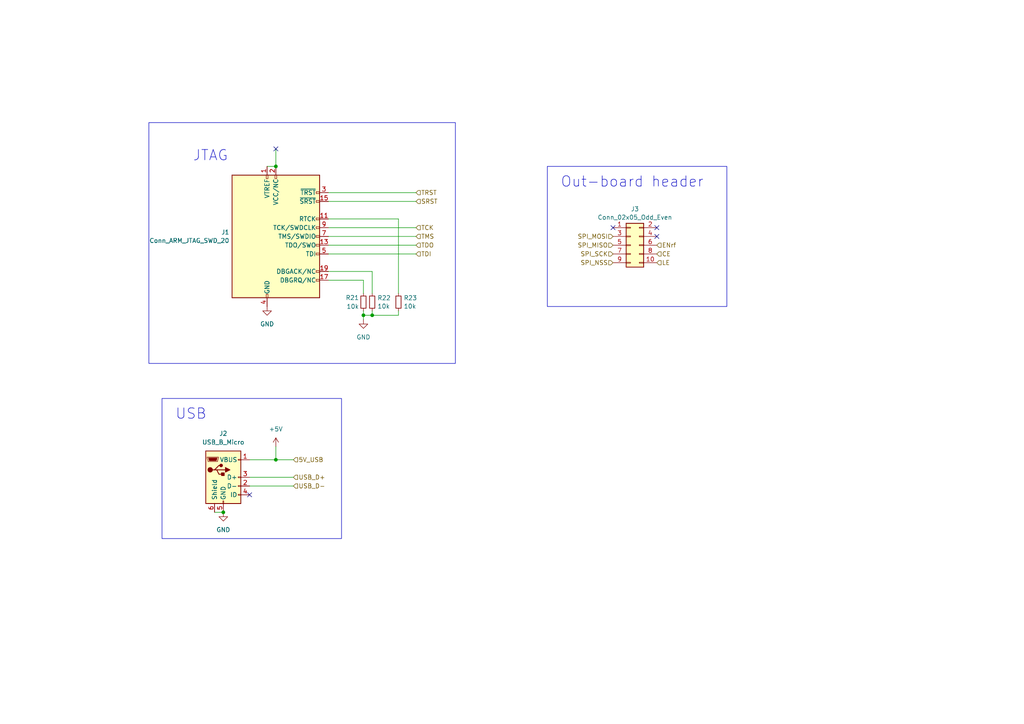
<source format=kicad_sch>
(kicad_sch (version 20230121) (generator eeschema)
  (paper "A4")
  (lib_symbols
    (symbol "Connector:Conn_ARM_JTAG_SWD_20" (pin_names (offset 1.016))
      (property "Reference" "J" (at -5.08 21.59 0))
      (property "Value" "Conn_ARM_JTAG_SWD_20" (at -5.08 19.05 0))
      (symbol "Conn_ARM_JTAG_SWD_20_0_1"
        (rectangle (start -12.7 17.78) (end 12.7 -17.78) (stroke (width 0.254)) (fill (type background)))
        (rectangle (start -2.794 -17.78) (end -2.286 -16.764))
        (rectangle (start -2.794 17.78) (end -2.286 16.764))
        (rectangle (start -0.254 17.78) (end 0.254 16.764))
        (rectangle (start 11.684 2.286) (end 12.7 2.794))
        (rectangle (start 12.7 -12.446) (end 11.684 -12.954))
        (rectangle (start 12.7 -9.906) (end 11.684 -10.414))
        (rectangle (start 12.7 -2.794) (end 11.684 -2.286))
        (rectangle (start 12.7 -0.254) (end 11.684 0.254))
        (rectangle (start 12.7 4.826) (end 11.684 5.334))
        (rectangle (start 12.7 10.414) (end 11.684 9.906))
        (rectangle (start 12.7 12.954) (end 11.684 12.446))
      )
      (symbol "Conn_ARM_JTAG_SWD_20_1_1"
        (rectangle (start 11.684 -5.334) (end 12.7 -4.826))
        (pin power_in line (at -2.54 20.32 270) (length 2.54) (name "VTREF") (number "1"))
        (pin passive line (at -2.54 -20.32 90) (length 2.54) hide (name "GND") (number "10"))
        (pin input line (at 15.24 5.08 180) (length 2.54) (name "RTCK") (number "11"))
        (pin passive line (at -2.54 -20.32 90) (length 2.54) hide (name "GND") (number "12"))
        (pin input line (at 15.24 -2.54 180) (length 2.54) (name "TDO/SWO") (number "13"))
        (pin passive line (at -2.54 -20.32 90) (length 2.54) hide (name "GND") (number "14"))
        (pin bidirectional line (at 15.24 10.16 180) (length 2.54) (name "~{SRST}") (number "15"))
        (pin passive line (at -2.54 -20.32 90) (length 2.54) hide (name "GND") (number "16"))
        (pin output line (at 15.24 -12.7 180) (length 2.54) (name "DBGRQ/NC") (number "17"))
        (pin passive line (at -2.54 -20.32 90) (length 2.54) hide (name "GND") (number "18"))
        (pin input line (at 15.24 -10.16 180) (length 2.54) (name "DBGACK/NC") (number "19"))
        (pin power_in line (at 0 20.32 270) (length 2.54) (name "VCC/NC") (number "2"))
        (pin passive line (at -2.54 -20.32 90) (length 2.54) hide (name "GND") (number "20"))
        (pin output line (at 15.24 12.7 180) (length 2.54) (name "~{TRST}") (number "3"))
        (pin power_in line (at -2.54 -20.32 90) (length 2.54) (name "GND") (number "4"))
        (pin output line (at 15.24 -5.08 180) (length 2.54) (name "TDI") (number "5"))
        (pin passive line (at -2.54 -20.32 90) (length 2.54) hide (name "GND") (number "6"))
        (pin output line (at 15.24 0 180) (length 2.54) (name "TMS/SWDIO") (number "7"))
        (pin passive line (at -2.54 -20.32 90) (length 2.54) hide (name "GND") (number "8"))
        (pin output line (at 15.24 2.54 180) (length 2.54) (name "TCK/SWDCLK") (number "9"))
      )
    )
    (symbol "Connector:USB_B_Micro" (pin_names (offset 1.016))
      (property "Reference" "J" (at -5.08 11.43 0))
      (property "Value" "USB_B_Micro" (at -5.08 8.89 0))
      (symbol "USB_B_Micro_0_1"
        (rectangle (start -5.08 -7.62) (end 5.08 7.62) (stroke (width 0.254)) (fill (type background)))
        (circle (center -3.81 2.159) (radius 0.635) (stroke (width 0.254)) (fill (type outline)))
        (circle (center -0.635 3.429) (radius 0.381) (stroke (width 0.254)) (fill (type outline)))
        (rectangle (start -0.127 -7.62) (end 0.127 -6.858))
        (polyline (pts (xy -1.905 2.159) (xy 0.635 2.159)) (stroke (width 0.254)))
        (polyline (pts (xy -3.175 2.159) (xy -2.54 2.159) (xy -1.27 3.429) (xy -0.635 3.429)) (stroke (width 0.254)))
        (polyline (pts (xy -2.54 2.159) (xy -1.905 2.159) (xy -1.27 0.889) (xy 0 0.889)) (stroke (width 0.254)))
        (polyline (pts (xy 0.635 2.794) (xy 0.635 1.524) (xy 1.905 2.159) (xy 0.635 2.794)) (stroke (width 0.254)) (fill (type outline)))
        (polyline (pts (xy -4.318 5.588) (xy -1.778 5.588) (xy -2.032 4.826) (xy -4.064 4.826) (xy -4.318 5.588)) (fill (type outline)))
        (polyline (pts (xy -4.699 5.842) (xy -4.699 5.588) (xy -4.445 4.826) (xy -4.445 4.572) (xy -1.651 4.572) (xy -1.651 4.826) (xy -1.397 5.588) (xy -1.397 5.842) (xy -4.699 5.842)))
        (rectangle (start 0.254 1.27) (end -0.508 0.508) (stroke (width 0.254)) (fill (type outline)))
        (rectangle (start 5.08 -5.207) (end 4.318 -4.953))
        (rectangle (start 5.08 -2.667) (end 4.318 -2.413))
        (rectangle (start 5.08 -0.127) (end 4.318 0.127))
        (rectangle (start 5.08 4.953) (end 4.318 5.207))
      )
      (symbol "USB_B_Micro_1_1"
        (pin power_out line (at 7.62 5.08 180) (length 2.54) (name "VBUS") (number "1"))
        (pin bidirectional line (at 7.62 -2.54 180) (length 2.54) (name "D-") (number "2"))
        (pin bidirectional line (at 7.62 0 180) (length 2.54) (name "D+") (number "3"))
        (pin passive line (at 7.62 -5.08 180) (length 2.54) (name "ID") (number "4"))
        (pin power_out line (at 0 -10.16 90) (length 2.54) (name "GND") (number "5"))
        (pin passive line (at -2.54 -10.16 90) (length 2.54) (name "Shield") (number "6"))
      )
    )
    (symbol "Connector_Generic:Conn_02x05_Odd_Even" (pin_names (offset 1.016) hide)
      (property "Reference" "J" (at 1.27 7.62 0))
      (property "Value" "Conn_02x05_Odd_Even" (at 1.27 -7.62 0))
      (symbol "Conn_02x05_Odd_Even_1_1"
        (rectangle (start -1.27 -4.953) (end 0 -5.207) (stroke (width 0.1524)))
        (rectangle (start -1.27 -2.413) (end 0 -2.667) (stroke (width 0.1524)))
        (rectangle (start -1.27 0.127) (end 0 -0.127) (stroke (width 0.1524)))
        (rectangle (start -1.27 2.667) (end 0 2.413) (stroke (width 0.1524)))
        (rectangle (start -1.27 5.207) (end 0 4.953) (stroke (width 0.1524)))
        (rectangle (start -1.27 6.35) (end 3.81 -6.35) (stroke (width 0.254)) (fill (type background)))
        (rectangle (start 3.81 -4.953) (end 2.54 -5.207) (stroke (width 0.1524)))
        (rectangle (start 3.81 -2.413) (end 2.54 -2.667) (stroke (width 0.1524)))
        (rectangle (start 3.81 0.127) (end 2.54 -0.127) (stroke (width 0.1524)))
        (rectangle (start 3.81 2.667) (end 2.54 2.413) (stroke (width 0.1524)))
        (rectangle (start 3.81 5.207) (end 2.54 4.953) (stroke (width 0.1524)))
        (pin passive line (at -5.08 5.08 0) (length 3.81) (name "Pin_1") (number "1"))
        (pin passive line (at 7.62 -5.08 180) (length 3.81) (name "Pin_10") (number "10"))
        (pin passive line (at 7.62 5.08 180) (length 3.81) (name "Pin_2") (number "2"))
        (pin passive line (at -5.08 2.54 0) (length 3.81) (name "Pin_3") (number "3"))
        (pin passive line (at 7.62 2.54 180) (length 3.81) (name "Pin_4") (number "4"))
        (pin passive line (at -5.08 0 0) (length 3.81) (name "Pin_5") (number "5"))
        (pin passive line (at 7.62 0 180) (length 3.81) (name "Pin_6") (number "6"))
        (pin passive line (at -5.08 -2.54 0) (length 3.81) (name "Pin_7") (number "7"))
        (pin passive line (at 7.62 -2.54 180) (length 3.81) (name "Pin_8") (number "8"))
        (pin passive line (at -5.08 -5.08 0) (length 3.81) (name "Pin_9") (number "9"))
      )
    )
    (symbol "Device:R_Small" (pin_numbers hide) (pin_names (offset 0.254) hide)
      (property "Reference" "R" (at 0.762 0.508 0))
      (property "Value" "R_Small" (at 0.762 -1.016 0))
      (symbol "R_Small_0_1"
        (rectangle (start -0.762 1.778) (end 0.762 -1.778) (stroke (width 0.2032)))
      )
      (symbol "R_Small_1_1"
        (pin passive line (at 0 2.54 270) (length 0.762) (name "~") (number "1"))
        (pin passive line (at 0 -2.54 90) (length 0.762) (name "~") (number "2"))
      )
    )
    (symbol "power:+5V" (power) (pin_names (offset 0))
      (property "Value" "+5V" (at 0 3.556 0))
      (symbol "+5V_0_1"
        (polyline (pts (xy -0.762 1.27) (xy 0 2.54)))
        (polyline (pts (xy 0 0) (xy 0 2.54)))
        (polyline (pts (xy 0 2.54) (xy 0.762 1.27)))
      )
      (symbol "+5V_1_1"
        (pin power_in line (at 0 0 90) (length 0) hide (name "+5V") (number "1"))
      )
    )
    (symbol "power:GND" (power) (pin_names (offset 0))
      (property "Value" "GND" (at 0 -3.81 0))
      (symbol "GND_0_1"
        (polyline (pts (xy 0 0) (xy 0 -1.27) (xy 1.27 -1.27) (xy 0 -2.54) (xy -1.27 -1.27) (xy 0 -1.27)))
      )
      (symbol "GND_1_1"
        (pin power_in line (at 0 0 270) (length 0) hide (name "GND") (number "1"))
      )
    )
  )
  (junction (at 105.41 91.44))
  (junction (at 64.77 148.59))
  (junction (at 80.01 133.35))
  (junction (at 107.95 91.44))
  (junction (at 80.01 48.26))
  (no_connect (at 190.5 66.04))
  (no_connect (at 190.5 68.58))
  (no_connect (at 80.01 43.18))
  (no_connect (at 177.8 66.04))
  (no_connect (at 72.39 143.51))
  (wire (pts (xy 85.09 140.97) (xy 72.39 140.97)))
  (wire (pts (xy 105.41 91.44) (xy 105.41 90.17)))
  (wire (pts (xy 80.01 129.54) (xy 80.01 133.35)))
  (wire (pts (xy 95.25 63.5) (xy 115.57 63.5)))
  (wire (pts (xy 107.95 78.74) (xy 107.95 85.09)))
  (wire (pts (xy 80.01 43.18) (xy 80.01 48.26)))
  (wire (pts (xy 115.57 90.17) (xy 115.57 91.44)))
  (wire (pts (xy 95.25 81.28) (xy 105.41 81.28)))
  (wire (pts (xy 85.09 138.43) (xy 72.39 138.43)))
  (wire (pts (xy 95.25 55.88) (xy 120.65 55.88)))
  (wire (pts (xy 115.57 91.44) (xy 107.95 91.44)))
  (wire (pts (xy 85.09 133.35) (xy 80.01 133.35)))
  (wire (pts (xy 115.57 63.5) (xy 115.57 85.09)))
  (wire (pts (xy 80.01 133.35) (xy 72.39 133.35)))
  (wire (pts (xy 95.25 68.58) (xy 120.65 68.58)))
  (wire (pts (xy 95.25 73.66) (xy 120.65 73.66)))
  (wire (pts (xy 105.41 92.71) (xy 105.41 91.44)))
  (wire (pts (xy 107.95 90.17) (xy 107.95 91.44)))
  (wire (pts (xy 105.41 81.28) (xy 105.41 85.09)))
  (wire (pts (xy 77.47 48.26) (xy 80.01 48.26)))
  (wire (pts (xy 62.23 148.59) (xy 64.77 148.59)))
  (wire (pts (xy 95.25 71.12) (xy 120.65 71.12)))
  (wire (pts (xy 95.25 58.42) (xy 120.65 58.42)))
  (wire (pts (xy 95.25 78.74) (xy 107.95 78.74)))
  (wire (pts (xy 95.25 66.04) (xy 120.65 66.04)))
  (wire (pts (xy 107.95 91.44) (xy 105.41 91.44)))
  (rectangle (start 43.18 35.56) (end 132.08 105.41))
  (rectangle (start 158.75 48.26) (end 210.82 88.9))
  (rectangle (start 46.99 115.57) (end 99.06 156.21))
  (text "JTAG" (at 55.88 46.99 0) (effects (font (size 3 3)) (justify left bottom)))
  (text "Out-board header" (at 162.56 54.61 0) (effects (font (size 3 3)) (justify left bottom)))
  (text "USB" (at 50.8 121.92 0) (effects (font (size 3 3)) (justify left bottom)))
  (hierarchical_label "SPI_SCK" (shape input) (at 177.8 73.66 180))
  (hierarchical_label "SPI_NSS" (shape input) (at 177.8 76.2 180))
  (hierarchical_label "USB_D-" (shape input) (at 85.09 140.97 0))
  (hierarchical_label "TRST" (shape input) (at 120.65 55.88 0))
  (hierarchical_label "SPI_MOSI" (shape input) (at 177.8 68.58 180))
  (hierarchical_label "SPI_MISO" (shape input) (at 177.8 71.12 180))
  (hierarchical_label "ENrf" (shape input) (at 190.5 71.12 0))
  (hierarchical_label "CE" (shape input) (at 190.5 73.66 0))
  (hierarchical_label "TDO" (shape input) (at 120.65 71.12 0))
  (hierarchical_label "SRST" (shape input) (at 120.65 58.42 0))
  (hierarchical_label "TCK" (shape input) (at 120.65 66.04 0))
  (hierarchical_label "LE" (shape input) (at 190.5 76.2 0))
  (hierarchical_label "5V_USB" (shape input) (at 85.09 133.35 0))
  (hierarchical_label "TMS" (shape input) (at 120.65 68.58 0))
  (hierarchical_label "USB_D+" (shape input) (at 85.09 138.43 0))
  (hierarchical_label "TDI" (shape input) (at 120.65 73.66 0))
  (symbol (lib_id "power:GND") (at 64.77 148.59 0) (unit 1)
    (property "Reference" "#PWR015" (effects hide))
    (property "Value" "GND" (at 64.77 153.67 0))
  )
  (symbol (lib_id "Device:R_Small") (at 107.95 87.63 0) (mirror y) (unit 1)
    (property "Reference" "R22" (at 109.4486 86.4179 0) (effects (justify right)))
    (property "Value" "10k" (at 109.4486 88.8421 0) (effects (justify right)))
    (property "Footprint" "Resistor_SMD:R_0402_1005Metric_Pad0.72x0.64mm_HandSolder" (effects hide))
  )
  (symbol (lib_id "Device:R_Small") (at 115.57 87.63 0) (mirror y) (unit 1)
    (property "Reference" "R23" (at 117.0686 86.4179 0) (effects (justify right)))
    (property "Value" "10k" (at 117.0686 88.8421 0) (effects (justify right)))
    (property "Footprint" "Resistor_SMD:R_0402_1005Metric_Pad0.72x0.64mm_HandSolder" (effects hide))
  )
  (symbol (lib_id "Connector:USB_B_Micro") (at 64.77 138.43 0) (unit 1)
    (property "Reference" "J2" (at 64.77 125.73 0))
    (property "Value" "USB_B_Micro" (at 64.77 128.27 0))
    (property "Footprint" "Connector_USB:USB_Micro-B_Amphenol_10118194_Horizontal" (effects hide))
  )
  (symbol (lib_id "power:GND") (at 105.41 92.71 0) (unit 1)
    (property "Reference" "#PWR02" (effects hide))
    (property "Value" "GND" (at 105.41 97.79 0))
  )
  (symbol (lib_id "Connector:Conn_ARM_JTAG_SWD_20") (at 80.01 68.58 0) (unit 1)
    (property "Reference" "J1" (at 66.5481 67.3679 0) (effects (justify right)))
    (property "Value" "Conn_ARM_JTAG_SWD_20" (at 66.5481 69.7921 0) (effects (justify right)))
    (property "Footprint" "Connector_PinHeader_1.27mm:PinHeader_2x10_P1.27mm_Vertical_SMD" (effects hide))
    (property "Datasheet" "http://infocenter.arm.com/help/topic/com.arm.doc.dui0499b/DUI0499B_system_design_reference.pdf" (effects hide))
  )
  (symbol (lib_id "power:+5V") (at 80.01 129.54 0) (unit 1)
    (property "Reference" "#PWR040" (effects hide))
    (property "Value" "+5V" (at 80.01 124.46 0))
    (instances (project "MCU_Board" (path "" (reference "#PWR040") (unit 1)) (path "" (reference "#PWR06") (unit 1))))
  )
  (symbol (lib_id "power:GND") (at 77.47 88.9 0) (unit 1)
    (property "Reference" "#PWR01" (effects hide))
    (property "Value" "GND" (at 77.47 93.98 0))
  )
  (symbol (lib_id "Connector_Generic:Conn_02x05_Odd_Even") (at 182.88 71.12 0) (unit 1)
    (property "Reference" "J3" (at 184.15 60.6257 0))
    (property "Value" "Conn_02x05_Odd_Even" (at 184.15 63.0499 0))
    (property "Footprint" "Connector_PinHeader_2.54mm:PinHeader_2x05_P2.54mm_Vertical" (effects hide))
  )
  (symbol (lib_id "Device:R_Small") (at 105.41 87.63 0) (mirror x) (unit 1)
    (property "Reference" "R21" (at 104.14 86.36 0) (effects (justify right)))
    (property "Value" "10k" (at 104.14 88.9 0) (effects (justify right)))
    (property "Footprint" "Resistor_SMD:R_0402_1005Metric_Pad0.72x0.64mm_HandSolder" (effects hide))
  )
)
</source>
